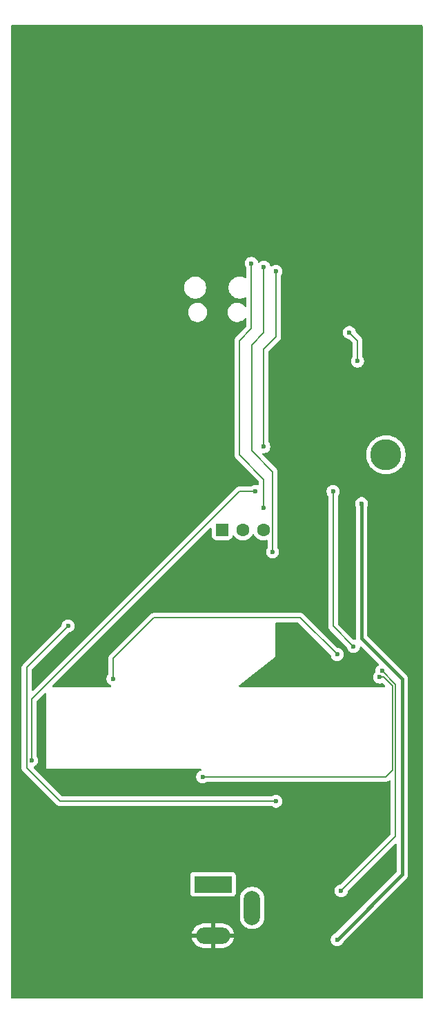
<source format=gbr>
%TF.GenerationSoftware,KiCad,Pcbnew,9.0.3*%
%TF.CreationDate,2025-07-21T12:15:00+10:00*%
%TF.ProjectId,light_control_sched,6c696768-745f-4636-9f6e-74726f6c5f73,rev?*%
%TF.SameCoordinates,Original*%
%TF.FileFunction,Copper,L2,Bot*%
%TF.FilePolarity,Positive*%
%FSLAX46Y46*%
G04 Gerber Fmt 4.6, Leading zero omitted, Abs format (unit mm)*
G04 Created by KiCad (PCBNEW 9.0.3) date 2025-07-21 12:15:00*
%MOMM*%
%LPD*%
G01*
G04 APERTURE LIST*
G04 Aperture macros list*
%AMRoundRect*
0 Rectangle with rounded corners*
0 $1 Rounding radius*
0 $2 $3 $4 $5 $6 $7 $8 $9 X,Y pos of 4 corners*
0 Add a 4 corners polygon primitive as box body*
4,1,4,$2,$3,$4,$5,$6,$7,$8,$9,$2,$3,0*
0 Add four circle primitives for the rounded corners*
1,1,$1+$1,$2,$3*
1,1,$1+$1,$4,$5*
1,1,$1+$1,$6,$7*
1,1,$1+$1,$8,$9*
0 Add four rect primitives between the rounded corners*
20,1,$1+$1,$2,$3,$4,$5,0*
20,1,$1+$1,$4,$5,$6,$7,0*
20,1,$1+$1,$6,$7,$8,$9,0*
20,1,$1+$1,$8,$9,$2,$3,0*%
G04 Aperture macros list end*
%TA.AperFunction,ComponentPad*%
%ADD10C,3.800000*%
%TD*%
%TA.AperFunction,ComponentPad*%
%ADD11RoundRect,0.200000X-0.600000X-0.600000X0.600000X-0.600000X0.600000X0.600000X-0.600000X0.600000X0*%
%TD*%
%TA.AperFunction,ComponentPad*%
%ADD12C,1.600000*%
%TD*%
%TA.AperFunction,ComponentPad*%
%ADD13R,4.600000X2.000000*%
%TD*%
%TA.AperFunction,ComponentPad*%
%ADD14O,4.200000X2.000000*%
%TD*%
%TA.AperFunction,ComponentPad*%
%ADD15O,2.000000X4.200000*%
%TD*%
%TA.AperFunction,ViaPad*%
%ADD16C,0.600000*%
%TD*%
%TA.AperFunction,Conductor*%
%ADD17C,0.200000*%
%TD*%
%TA.AperFunction,Conductor*%
%ADD18C,0.400000*%
%TD*%
G04 APERTURE END LIST*
D10*
%TO.P,H1,1,1*%
%TO.N,Net-(Q1-E)*%
X166000000Y-83500000D03*
%TD*%
D11*
%TO.P,A1,D1*%
%TO.N,N/C*%
X145894100Y-92690000D03*
D12*
%TO.P,A1,D2*%
X148434100Y-92690000D03*
%TO.P,A1,D3*%
X150974100Y-92690000D03*
%TD*%
D13*
%TO.P,J1,1*%
%TO.N,Net-(F1-Pad1)*%
X144775000Y-136200000D03*
D14*
%TO.P,J1,2*%
%TO.N,GND*%
X144775000Y-142500000D03*
D15*
%TO.P,J1,3*%
%TO.N,N/C*%
X149575000Y-139100000D03*
%TD*%
D10*
%TO.P,H2,1,1*%
%TO.N,GND*%
X126500000Y-82500000D03*
%TD*%
D16*
%TO.N,Net-(A1-GPIO20)*%
X152500000Y-61000000D03*
%TO.N,Net-(A1-GPIO21)*%
X151000000Y-60500000D03*
%TO.N,Net-(A1-GPIO22)*%
X149486000Y-60014000D03*
X151000000Y-90000000D03*
%TO.N,Net-(A1-RUN)*%
X122500000Y-121000000D03*
X150000000Y-88000000D03*
%TO.N,Net-(A1-GPIO20)*%
X151000000Y-82500000D03*
%TO.N,Net-(A1-3V3)*%
X165500000Y-110000000D03*
X159500000Y-88000000D03*
X160500000Y-137000000D03*
X132500000Y-111000000D03*
X162000000Y-107000000D03*
X160000000Y-108000000D03*
%TO.N,Net-(A1-GPIO16)*%
X143500000Y-123000000D03*
X165238836Y-110776000D03*
%TO.N,Regulator_Bypass*%
X160000000Y-143000000D03*
X163000000Y-89500000D03*
%TO.N,Net-(Q1-B)*%
X161500000Y-68500000D03*
X162500000Y-72000000D03*
%TO.N,Net-(A1-GPIO21)*%
X152075100Y-95424900D03*
%TO.N,GPIO14*%
X127000000Y-104500000D03*
X152500000Y-126000000D03*
%TD*%
D17*
%TO.N,Net-(A1-GPIO22)*%
X151000000Y-86500000D02*
X151000000Y-90000000D01*
X148000000Y-83500000D02*
X151000000Y-86500000D01*
X148000000Y-69500000D02*
X148000000Y-83500000D01*
X149486000Y-68014000D02*
X148000000Y-69500000D01*
X149486000Y-60014000D02*
X149486000Y-68014000D01*
%TO.N,Net-(A1-RUN)*%
X150000000Y-88000000D02*
X148000000Y-88000000D01*
X122500000Y-113500000D02*
X148000000Y-88000000D01*
X122500000Y-121000000D02*
X122500000Y-113500000D01*
%TO.N,Net-(A1-GPIO20)*%
X152500000Y-61000000D02*
X152500000Y-69000000D01*
X152500000Y-69000000D02*
X151000000Y-70500000D01*
X151000000Y-77000000D02*
X151000000Y-82500000D01*
X151000000Y-70500000D02*
X151000000Y-77000000D01*
%TO.N,Net-(A1-3V3)*%
X132500000Y-108500000D02*
X137500000Y-103500000D01*
X132500000Y-111000000D02*
X132500000Y-108500000D01*
X167181715Y-130318285D02*
X160500000Y-137000000D01*
X159500000Y-104500000D02*
X162000000Y-107000000D01*
X165500000Y-110000000D02*
X167181715Y-111681715D01*
X159500000Y-88000000D02*
X159500000Y-104500000D01*
X137500000Y-103500000D02*
X155500000Y-103500000D01*
X167181715Y-111681715D02*
X167181715Y-130318285D01*
X155500000Y-103500000D02*
X160000000Y-108000000D01*
%TO.N,Net-(A1-GPIO16)*%
X165238836Y-110776000D02*
X165708900Y-110776000D01*
X165708900Y-110776000D02*
X166780715Y-111847815D01*
X166780715Y-122219285D02*
X166000000Y-123000000D01*
X166780715Y-111847815D02*
X166780715Y-122219285D01*
X166000000Y-123000000D02*
X143500000Y-123000000D01*
D18*
%TO.N,Regulator_Bypass*%
X163000000Y-106000000D02*
X168000000Y-111000000D01*
X163000000Y-89500000D02*
X163000000Y-106000000D01*
X168000000Y-111000000D02*
X168000000Y-135000000D01*
X168000000Y-135000000D02*
X160000000Y-143000000D01*
D17*
%TO.N,Net-(Q1-B)*%
X161500000Y-68500000D02*
X162500000Y-69500000D01*
X162500000Y-69500000D02*
X162500000Y-72000000D01*
%TO.N,Net-(A1-GPIO21)*%
X149500000Y-70000000D02*
X151000000Y-68500000D01*
X149500000Y-83000000D02*
X149500000Y-70000000D01*
X151000000Y-68500000D02*
X151000000Y-60500000D01*
X152075100Y-95424900D02*
X152075100Y-85575100D01*
X152075100Y-85575100D02*
X149500000Y-83000000D01*
%TO.N,GPIO14*%
X121899000Y-109601000D02*
X127000000Y-104500000D01*
X121899000Y-121899000D02*
X121899000Y-109601000D01*
X126000000Y-126000000D02*
X122000000Y-122000000D01*
X152500000Y-126000000D02*
X126000000Y-126000000D01*
X122000000Y-122000000D02*
X121899000Y-121899000D01*
%TD*%
%TA.AperFunction,Conductor*%
%TO.N,GND*%
G36*
X170442539Y-30770185D02*
G01*
X170488294Y-30822989D01*
X170499500Y-30874500D01*
X170499500Y-150125500D01*
X170479815Y-150192539D01*
X170427011Y-150238294D01*
X170375500Y-150249500D01*
X120124500Y-150249500D01*
X120057461Y-150229815D01*
X120011706Y-150177011D01*
X120000500Y-150125500D01*
X120000500Y-142250000D01*
X142195898Y-142250000D01*
X143241988Y-142250000D01*
X143209075Y-142307007D01*
X143175000Y-142434174D01*
X143175000Y-142565826D01*
X143209075Y-142692993D01*
X143241988Y-142750000D01*
X142195898Y-142750000D01*
X142211934Y-142851247D01*
X142284897Y-143075802D01*
X142392085Y-143286171D01*
X142530866Y-143477186D01*
X142697813Y-143644133D01*
X142888828Y-143782914D01*
X143099197Y-143890102D01*
X143323752Y-143963065D01*
X143323751Y-143963065D01*
X143556948Y-144000000D01*
X144525000Y-144000000D01*
X144525000Y-143000000D01*
X145025000Y-143000000D01*
X145025000Y-144000000D01*
X145993052Y-144000000D01*
X146226247Y-143963065D01*
X146450802Y-143890102D01*
X146661171Y-143782914D01*
X146852186Y-143644133D01*
X147019133Y-143477186D01*
X147157914Y-143286171D01*
X147265102Y-143075802D01*
X147338065Y-142851247D01*
X147354102Y-142750000D01*
X146308012Y-142750000D01*
X146340925Y-142692993D01*
X146375000Y-142565826D01*
X146375000Y-142434174D01*
X146340925Y-142307007D01*
X146308012Y-142250000D01*
X147354102Y-142250000D01*
X147338065Y-142148752D01*
X147265102Y-141924197D01*
X147157914Y-141713828D01*
X147019133Y-141522813D01*
X146852186Y-141355866D01*
X146661171Y-141217085D01*
X146450802Y-141109897D01*
X146226247Y-141036934D01*
X146226248Y-141036934D01*
X145993052Y-141000000D01*
X145025000Y-141000000D01*
X145025000Y-142000000D01*
X144525000Y-142000000D01*
X144525000Y-141000000D01*
X143556948Y-141000000D01*
X143323752Y-141036934D01*
X143099197Y-141109897D01*
X142888828Y-141217085D01*
X142697813Y-141355866D01*
X142530866Y-141522813D01*
X142392085Y-141713828D01*
X142284897Y-141924197D01*
X142211934Y-142148752D01*
X142195898Y-142250000D01*
X120000500Y-142250000D01*
X120000500Y-137881902D01*
X148074500Y-137881902D01*
X148074500Y-140318097D01*
X148111446Y-140551368D01*
X148184433Y-140775996D01*
X148291657Y-140986433D01*
X148430483Y-141177510D01*
X148597490Y-141344517D01*
X148788567Y-141483343D01*
X148866031Y-141522813D01*
X148999003Y-141590566D01*
X148999005Y-141590566D01*
X148999008Y-141590568D01*
X149119412Y-141629689D01*
X149223631Y-141663553D01*
X149456903Y-141700500D01*
X149456908Y-141700500D01*
X149693097Y-141700500D01*
X149926368Y-141663553D01*
X150150992Y-141590568D01*
X150361433Y-141483343D01*
X150552510Y-141344517D01*
X150719517Y-141177510D01*
X150858343Y-140986433D01*
X150965568Y-140775992D01*
X151038553Y-140551368D01*
X151075500Y-140318097D01*
X151075500Y-137881902D01*
X151038553Y-137648631D01*
X150971523Y-137442335D01*
X150965568Y-137424008D01*
X150965566Y-137424005D01*
X150965566Y-137424003D01*
X150875824Y-137247876D01*
X150858343Y-137213567D01*
X150719517Y-137022490D01*
X150552510Y-136855483D01*
X150361433Y-136716657D01*
X150150996Y-136609433D01*
X149926368Y-136536446D01*
X149693097Y-136499500D01*
X149693092Y-136499500D01*
X149456908Y-136499500D01*
X149456903Y-136499500D01*
X149223631Y-136536446D01*
X148999003Y-136609433D01*
X148788566Y-136716657D01*
X148719967Y-136766498D01*
X148597490Y-136855483D01*
X148597488Y-136855485D01*
X148597487Y-136855485D01*
X148430485Y-137022487D01*
X148430485Y-137022488D01*
X148430483Y-137022490D01*
X148411415Y-137048735D01*
X148291657Y-137213566D01*
X148184433Y-137424003D01*
X148111446Y-137648631D01*
X148074500Y-137881902D01*
X120000500Y-137881902D01*
X120000500Y-135152127D01*
X141974500Y-135152127D01*
X141974500Y-137247870D01*
X141974501Y-137247876D01*
X141980908Y-137307483D01*
X142031202Y-137442328D01*
X142031206Y-137442335D01*
X142117452Y-137557544D01*
X142117455Y-137557547D01*
X142232664Y-137643793D01*
X142232671Y-137643797D01*
X142367517Y-137694091D01*
X142367516Y-137694091D01*
X142374444Y-137694835D01*
X142427127Y-137700500D01*
X147122872Y-137700499D01*
X147182483Y-137694091D01*
X147317331Y-137643796D01*
X147432546Y-137557546D01*
X147518796Y-137442331D01*
X147569091Y-137307483D01*
X147575500Y-137247873D01*
X147575499Y-135152128D01*
X147569091Y-135092517D01*
X147518796Y-134957669D01*
X147518795Y-134957668D01*
X147518793Y-134957664D01*
X147432547Y-134842455D01*
X147432544Y-134842452D01*
X147317335Y-134756206D01*
X147317328Y-134756202D01*
X147182482Y-134705908D01*
X147182483Y-134705908D01*
X147122883Y-134699501D01*
X147122881Y-134699500D01*
X147122873Y-134699500D01*
X147122864Y-134699500D01*
X142427129Y-134699500D01*
X142427123Y-134699501D01*
X142367516Y-134705908D01*
X142232671Y-134756202D01*
X142232664Y-134756206D01*
X142117455Y-134842452D01*
X142117452Y-134842455D01*
X142031206Y-134957664D01*
X142031202Y-134957671D01*
X141980908Y-135092517D01*
X141974501Y-135152116D01*
X141974500Y-135152127D01*
X120000500Y-135152127D01*
X120000500Y-121978054D01*
X121298498Y-121978054D01*
X121339423Y-122130785D01*
X121368358Y-122180900D01*
X121368359Y-122180904D01*
X121368360Y-122180904D01*
X121418479Y-122267714D01*
X121418481Y-122267717D01*
X121638349Y-122487585D01*
X121638355Y-122487590D01*
X125515139Y-126364374D01*
X125515149Y-126364385D01*
X125519479Y-126368715D01*
X125519480Y-126368716D01*
X125631284Y-126480520D01*
X125682845Y-126510288D01*
X125718095Y-126530639D01*
X125718097Y-126530641D01*
X125768213Y-126559576D01*
X125768215Y-126559577D01*
X125920942Y-126600500D01*
X125920943Y-126600500D01*
X151920234Y-126600500D01*
X151987273Y-126620185D01*
X151989125Y-126621398D01*
X152120814Y-126709390D01*
X152120827Y-126709397D01*
X152266498Y-126769735D01*
X152266503Y-126769737D01*
X152421153Y-126800499D01*
X152421156Y-126800500D01*
X152421158Y-126800500D01*
X152578844Y-126800500D01*
X152578845Y-126800499D01*
X152733497Y-126769737D01*
X152879179Y-126709394D01*
X153010289Y-126621789D01*
X153121789Y-126510289D01*
X153209394Y-126379179D01*
X153269737Y-126233497D01*
X153300500Y-126078842D01*
X153300500Y-125921158D01*
X153300500Y-125921155D01*
X153300499Y-125921153D01*
X153269738Y-125766510D01*
X153269737Y-125766503D01*
X153269735Y-125766498D01*
X153209397Y-125620827D01*
X153209390Y-125620814D01*
X153121789Y-125489711D01*
X153121786Y-125489707D01*
X153010292Y-125378213D01*
X153010288Y-125378210D01*
X152879185Y-125290609D01*
X152879172Y-125290602D01*
X152733501Y-125230264D01*
X152733489Y-125230261D01*
X152578845Y-125199500D01*
X152578842Y-125199500D01*
X152421158Y-125199500D01*
X152421155Y-125199500D01*
X152266510Y-125230261D01*
X152266498Y-125230264D01*
X152120827Y-125290602D01*
X152120814Y-125290609D01*
X151989125Y-125378602D01*
X151922447Y-125399480D01*
X151920234Y-125399500D01*
X126300097Y-125399500D01*
X126233058Y-125379815D01*
X126212416Y-125363181D01*
X122783740Y-121934505D01*
X122750255Y-121873182D01*
X122755239Y-121803490D01*
X122797111Y-121747557D01*
X122823969Y-121732263D01*
X122879172Y-121709397D01*
X122879172Y-121709396D01*
X122879179Y-121709394D01*
X123010289Y-121621789D01*
X123121789Y-121510289D01*
X123209394Y-121379179D01*
X123269737Y-121233497D01*
X123300500Y-121078842D01*
X123300500Y-120921158D01*
X123300500Y-120921155D01*
X123300499Y-120921153D01*
X123269738Y-120766510D01*
X123269737Y-120766503D01*
X123269735Y-120766498D01*
X123209397Y-120620827D01*
X123209390Y-120620814D01*
X123121398Y-120489125D01*
X123100520Y-120422447D01*
X123100500Y-120420234D01*
X123100500Y-113800097D01*
X123120185Y-113733058D01*
X123136819Y-113712416D01*
X124098319Y-112750916D01*
X124159642Y-112717431D01*
X124229334Y-112722415D01*
X124285267Y-112764287D01*
X124309684Y-112829751D01*
X124310000Y-112838597D01*
X124310000Y-121990000D01*
X143223159Y-121990000D01*
X143290198Y-122009685D01*
X143335953Y-122062489D01*
X143345897Y-122131647D01*
X143316872Y-122195203D01*
X143270611Y-122228561D01*
X143120827Y-122290602D01*
X143120814Y-122290609D01*
X142989711Y-122378210D01*
X142989707Y-122378213D01*
X142878213Y-122489707D01*
X142878210Y-122489711D01*
X142790609Y-122620814D01*
X142790602Y-122620827D01*
X142730264Y-122766498D01*
X142730261Y-122766510D01*
X142699500Y-122921153D01*
X142699500Y-123078846D01*
X142730261Y-123233489D01*
X142730264Y-123233501D01*
X142790602Y-123379172D01*
X142790609Y-123379185D01*
X142878210Y-123510288D01*
X142878213Y-123510292D01*
X142989707Y-123621786D01*
X142989711Y-123621789D01*
X143120814Y-123709390D01*
X143120827Y-123709397D01*
X143266498Y-123769735D01*
X143266503Y-123769737D01*
X143421153Y-123800499D01*
X143421156Y-123800500D01*
X143421158Y-123800500D01*
X143578844Y-123800500D01*
X143578845Y-123800499D01*
X143733497Y-123769737D01*
X143879179Y-123709394D01*
X143879185Y-123709390D01*
X144010875Y-123621398D01*
X144077553Y-123600520D01*
X144079766Y-123600500D01*
X165913331Y-123600500D01*
X165913347Y-123600501D01*
X165920943Y-123600501D01*
X166079054Y-123600501D01*
X166079057Y-123600501D01*
X166231785Y-123559577D01*
X166281904Y-123530639D01*
X166368716Y-123480520D01*
X166379569Y-123469666D01*
X166391613Y-123462158D01*
X166412141Y-123456434D01*
X166430848Y-123446219D01*
X166445127Y-123447239D01*
X166458916Y-123443395D01*
X166479280Y-123449679D01*
X166500540Y-123451198D01*
X166512000Y-123459776D01*
X166525679Y-123463997D01*
X166539414Y-123480294D01*
X166556476Y-123493065D01*
X166561479Y-123506475D01*
X166570706Y-123517424D01*
X166573449Y-123538562D01*
X166580898Y-123558528D01*
X166581215Y-123567383D01*
X166581215Y-130018188D01*
X166561530Y-130085227D01*
X166544896Y-130105869D01*
X160485339Y-136165425D01*
X160424016Y-136198910D01*
X160421850Y-136199361D01*
X160266508Y-136230261D01*
X160266498Y-136230264D01*
X160120827Y-136290602D01*
X160120814Y-136290609D01*
X159989711Y-136378210D01*
X159989707Y-136378213D01*
X159878213Y-136489707D01*
X159878210Y-136489711D01*
X159790609Y-136620814D01*
X159790602Y-136620827D01*
X159730264Y-136766498D01*
X159730261Y-136766510D01*
X159699500Y-136921153D01*
X159699500Y-137078846D01*
X159730261Y-137233489D01*
X159730264Y-137233501D01*
X159790602Y-137379172D01*
X159790609Y-137379185D01*
X159878210Y-137510288D01*
X159878213Y-137510292D01*
X159989707Y-137621786D01*
X159989711Y-137621789D01*
X160120814Y-137709390D01*
X160120827Y-137709397D01*
X160266498Y-137769735D01*
X160266503Y-137769737D01*
X160421153Y-137800499D01*
X160421156Y-137800500D01*
X160421158Y-137800500D01*
X160578844Y-137800500D01*
X160578845Y-137800499D01*
X160733497Y-137769737D01*
X160879179Y-137709394D01*
X161010289Y-137621789D01*
X161121789Y-137510289D01*
X161209394Y-137379179D01*
X161269737Y-137233497D01*
X161289113Y-137136085D01*
X161300638Y-137078150D01*
X161333023Y-137016239D01*
X161334518Y-137014716D01*
X167087819Y-131261416D01*
X167149142Y-131227931D01*
X167218834Y-131232915D01*
X167274767Y-131274787D01*
X167299184Y-131340251D01*
X167299500Y-131349097D01*
X167299500Y-134658480D01*
X167279815Y-134725519D01*
X167263181Y-134746161D01*
X159805412Y-142203929D01*
X159765184Y-142230809D01*
X159620823Y-142290604D01*
X159620814Y-142290609D01*
X159489711Y-142378210D01*
X159489707Y-142378213D01*
X159378213Y-142489707D01*
X159378210Y-142489711D01*
X159290609Y-142620814D01*
X159290602Y-142620827D01*
X159230264Y-142766498D01*
X159230261Y-142766510D01*
X159199500Y-142921153D01*
X159199500Y-143078846D01*
X159230261Y-143233489D01*
X159230264Y-143233501D01*
X159290602Y-143379172D01*
X159290609Y-143379185D01*
X159378210Y-143510288D01*
X159378213Y-143510292D01*
X159489707Y-143621786D01*
X159489711Y-143621789D01*
X159620814Y-143709390D01*
X159620827Y-143709397D01*
X159766498Y-143769735D01*
X159766503Y-143769737D01*
X159921153Y-143800499D01*
X159921156Y-143800500D01*
X159921158Y-143800500D01*
X160078844Y-143800500D01*
X160078845Y-143800499D01*
X160233497Y-143769737D01*
X160379179Y-143709394D01*
X160510289Y-143621789D01*
X160621789Y-143510289D01*
X160709394Y-143379179D01*
X160709395Y-143379176D01*
X160709397Y-143379173D01*
X160769192Y-143234812D01*
X160796069Y-143194586D01*
X168544113Y-135446543D01*
X168620774Y-135331812D01*
X168620775Y-135331811D01*
X168673580Y-135204328D01*
X168674541Y-135199500D01*
X168683963Y-135152127D01*
X168700500Y-135068993D01*
X168700500Y-110931007D01*
X168685392Y-110855057D01*
X168685349Y-110854842D01*
X168680641Y-110831173D01*
X168673580Y-110795672D01*
X168620775Y-110668189D01*
X168544114Y-110553457D01*
X168544112Y-110553454D01*
X163736819Y-105746161D01*
X163703334Y-105684838D01*
X163700500Y-105658480D01*
X163700500Y-89925316D01*
X163709939Y-89877864D01*
X163738478Y-89808963D01*
X163769737Y-89733497D01*
X163800500Y-89578842D01*
X163800500Y-89421158D01*
X163800500Y-89421155D01*
X163800499Y-89421153D01*
X163769738Y-89266510D01*
X163769737Y-89266503D01*
X163769735Y-89266498D01*
X163709397Y-89120827D01*
X163709390Y-89120814D01*
X163621789Y-88989711D01*
X163621786Y-88989707D01*
X163510292Y-88878213D01*
X163510288Y-88878210D01*
X163379185Y-88790609D01*
X163379172Y-88790602D01*
X163233501Y-88730264D01*
X163233489Y-88730261D01*
X163078845Y-88699500D01*
X163078842Y-88699500D01*
X162921158Y-88699500D01*
X162921155Y-88699500D01*
X162766510Y-88730261D01*
X162766498Y-88730264D01*
X162620827Y-88790602D01*
X162620814Y-88790609D01*
X162489711Y-88878210D01*
X162489707Y-88878213D01*
X162378213Y-88989707D01*
X162378210Y-88989711D01*
X162290609Y-89120814D01*
X162290602Y-89120827D01*
X162230264Y-89266498D01*
X162230261Y-89266510D01*
X162199500Y-89421153D01*
X162199500Y-89578846D01*
X162230261Y-89733489D01*
X162230264Y-89733501D01*
X162290061Y-89877864D01*
X162299500Y-89925316D01*
X162299500Y-106068996D01*
X162300097Y-106075059D01*
X162298822Y-106075184D01*
X162296488Y-106101250D01*
X162294733Y-106134006D01*
X162293388Y-106135871D01*
X162293183Y-106138161D01*
X162273056Y-106164066D01*
X162253866Y-106190678D01*
X162251726Y-106191519D01*
X162250316Y-106193335D01*
X162219370Y-106204249D01*
X162188848Y-106216259D01*
X162185788Y-106216095D01*
X162184425Y-106216576D01*
X162153605Y-106214370D01*
X162078150Y-106199361D01*
X162016239Y-106166976D01*
X162014660Y-106165425D01*
X160136819Y-104287584D01*
X160103334Y-104226261D01*
X160100500Y-104199903D01*
X160100500Y-88579765D01*
X160120185Y-88512726D01*
X160121398Y-88510874D01*
X160209390Y-88379185D01*
X160209390Y-88379184D01*
X160209394Y-88379179D01*
X160269737Y-88233497D01*
X160300500Y-88078842D01*
X160300500Y-87921158D01*
X160300500Y-87921155D01*
X160300499Y-87921153D01*
X160269738Y-87766510D01*
X160269737Y-87766503D01*
X160213728Y-87631284D01*
X160209397Y-87620827D01*
X160209390Y-87620814D01*
X160121789Y-87489711D01*
X160121786Y-87489707D01*
X160010292Y-87378213D01*
X160010288Y-87378210D01*
X159879185Y-87290609D01*
X159879172Y-87290602D01*
X159733501Y-87230264D01*
X159733489Y-87230261D01*
X159578845Y-87199500D01*
X159578842Y-87199500D01*
X159421158Y-87199500D01*
X159421155Y-87199500D01*
X159266510Y-87230261D01*
X159266498Y-87230264D01*
X159120827Y-87290602D01*
X159120814Y-87290609D01*
X158989711Y-87378210D01*
X158989707Y-87378213D01*
X158878213Y-87489707D01*
X158878210Y-87489711D01*
X158790609Y-87620814D01*
X158790602Y-87620827D01*
X158730264Y-87766498D01*
X158730261Y-87766510D01*
X158699500Y-87921153D01*
X158699500Y-88078846D01*
X158730261Y-88233489D01*
X158730264Y-88233501D01*
X158790602Y-88379172D01*
X158790609Y-88379185D01*
X158878602Y-88510874D01*
X158899480Y-88577551D01*
X158899500Y-88579765D01*
X158899500Y-104413330D01*
X158899499Y-104413348D01*
X158899499Y-104579054D01*
X158899498Y-104579054D01*
X158940423Y-104731785D01*
X158969358Y-104781900D01*
X158969359Y-104781904D01*
X158969360Y-104781904D01*
X159019479Y-104868714D01*
X159019481Y-104868717D01*
X159138349Y-104987585D01*
X159138355Y-104987590D01*
X161165425Y-107014660D01*
X161198910Y-107075983D01*
X161199361Y-107078149D01*
X161230261Y-107233491D01*
X161230264Y-107233501D01*
X161290602Y-107379172D01*
X161290609Y-107379185D01*
X161378210Y-107510288D01*
X161378213Y-107510292D01*
X161489707Y-107621786D01*
X161489711Y-107621789D01*
X161620814Y-107709390D01*
X161620827Y-107709397D01*
X161758683Y-107766498D01*
X161766503Y-107769737D01*
X161921153Y-107800499D01*
X161921156Y-107800500D01*
X161921158Y-107800500D01*
X162078844Y-107800500D01*
X162078845Y-107800499D01*
X162233497Y-107769737D01*
X162379179Y-107709394D01*
X162510289Y-107621789D01*
X162621789Y-107510289D01*
X162709394Y-107379179D01*
X162769737Y-107233497D01*
X162800500Y-107078842D01*
X162800500Y-107078832D01*
X162800595Y-107077872D01*
X162800789Y-107077390D01*
X162801689Y-107072868D01*
X162802546Y-107073038D01*
X162826752Y-107013083D01*
X162883783Y-106972720D01*
X162953583Y-106969599D01*
X163011680Y-107002337D01*
X165121360Y-109112017D01*
X165154845Y-109173340D01*
X165149861Y-109243032D01*
X165107989Y-109298965D01*
X165102570Y-109302800D01*
X164989711Y-109378210D01*
X164989707Y-109378213D01*
X164878213Y-109489707D01*
X164878210Y-109489711D01*
X164790609Y-109620814D01*
X164790602Y-109620827D01*
X164730264Y-109766498D01*
X164730261Y-109766510D01*
X164699500Y-109921153D01*
X164699500Y-110078843D01*
X164703893Y-110100931D01*
X164697664Y-110170522D01*
X164669958Y-110212799D01*
X164617044Y-110265714D01*
X164529445Y-110396814D01*
X164529438Y-110396827D01*
X164469100Y-110542498D01*
X164469097Y-110542510D01*
X164438336Y-110697153D01*
X164438336Y-110854846D01*
X164469097Y-111009489D01*
X164469100Y-111009501D01*
X164529438Y-111155172D01*
X164529445Y-111155185D01*
X164617046Y-111286288D01*
X164617049Y-111286292D01*
X164728543Y-111397786D01*
X164728547Y-111397789D01*
X164859650Y-111485390D01*
X164859663Y-111485397D01*
X164952788Y-111523970D01*
X165005339Y-111545737D01*
X165159989Y-111576499D01*
X165159992Y-111576500D01*
X165159994Y-111576500D01*
X165317680Y-111576500D01*
X165317681Y-111576499D01*
X165472333Y-111545737D01*
X165506851Y-111531438D01*
X165576319Y-111523970D01*
X165638798Y-111555244D01*
X165641984Y-111558319D01*
X165861984Y-111778319D01*
X165895469Y-111839642D01*
X165890485Y-111909334D01*
X165848613Y-111965267D01*
X165783149Y-111989684D01*
X165774303Y-111990000D01*
X148058825Y-111990000D01*
X147991786Y-111970315D01*
X147946031Y-111917511D01*
X147936087Y-111848353D01*
X147965112Y-111784797D01*
X147982769Y-111768064D01*
X149272456Y-110766498D01*
X152410000Y-108329895D01*
X152410000Y-104224500D01*
X152429685Y-104157461D01*
X152482489Y-104111706D01*
X152534000Y-104100500D01*
X155199903Y-104100500D01*
X155266942Y-104120185D01*
X155287584Y-104136819D01*
X159165425Y-108014660D01*
X159198910Y-108075983D01*
X159199361Y-108078149D01*
X159230261Y-108233491D01*
X159230264Y-108233501D01*
X159290602Y-108379172D01*
X159290609Y-108379185D01*
X159378210Y-108510288D01*
X159378213Y-108510292D01*
X159489707Y-108621786D01*
X159489711Y-108621789D01*
X159620814Y-108709390D01*
X159620827Y-108709397D01*
X159677951Y-108733058D01*
X159766503Y-108769737D01*
X159919132Y-108800097D01*
X159921153Y-108800499D01*
X159921156Y-108800500D01*
X159921158Y-108800500D01*
X160078844Y-108800500D01*
X160078845Y-108800499D01*
X160233497Y-108769737D01*
X160379179Y-108709394D01*
X160510289Y-108621789D01*
X160621789Y-108510289D01*
X160709394Y-108379179D01*
X160769737Y-108233497D01*
X160800500Y-108078842D01*
X160800500Y-107921158D01*
X160800500Y-107921155D01*
X160800499Y-107921153D01*
X160769738Y-107766510D01*
X160769737Y-107766503D01*
X160709794Y-107621786D01*
X160709397Y-107620827D01*
X160709390Y-107620814D01*
X160621789Y-107489711D01*
X160621786Y-107489707D01*
X160510292Y-107378213D01*
X160510288Y-107378210D01*
X160379185Y-107290609D01*
X160379172Y-107290602D01*
X160233501Y-107230264D01*
X160233491Y-107230261D01*
X160078149Y-107199361D01*
X160016238Y-107166976D01*
X160014660Y-107165425D01*
X155987590Y-103138355D01*
X155987588Y-103138352D01*
X155868717Y-103019481D01*
X155868716Y-103019480D01*
X155781904Y-102969360D01*
X155781904Y-102969359D01*
X155781900Y-102969358D01*
X155731785Y-102940423D01*
X155579057Y-102899499D01*
X155420943Y-102899499D01*
X155413347Y-102899499D01*
X155413331Y-102899500D01*
X137586669Y-102899500D01*
X137586653Y-102899499D01*
X137579057Y-102899499D01*
X137420943Y-102899499D01*
X137313587Y-102928265D01*
X137268210Y-102940424D01*
X137268209Y-102940425D01*
X137218096Y-102969359D01*
X137218095Y-102969360D01*
X137174689Y-102994420D01*
X137131285Y-103019479D01*
X137131282Y-103019481D01*
X132019481Y-108131282D01*
X132019479Y-108131285D01*
X131969361Y-108218094D01*
X131969359Y-108218096D01*
X131940425Y-108268209D01*
X131940424Y-108268210D01*
X131940423Y-108268215D01*
X131899499Y-108420943D01*
X131899499Y-108420945D01*
X131899499Y-108589046D01*
X131899500Y-108589059D01*
X131899500Y-110420234D01*
X131879815Y-110487273D01*
X131878602Y-110489125D01*
X131790609Y-110620814D01*
X131790602Y-110620827D01*
X131730264Y-110766498D01*
X131730261Y-110766510D01*
X131699500Y-110921153D01*
X131699500Y-111078846D01*
X131730261Y-111233489D01*
X131730264Y-111233501D01*
X131790602Y-111379172D01*
X131790609Y-111379185D01*
X131878210Y-111510288D01*
X131878213Y-111510292D01*
X131989707Y-111621786D01*
X131989711Y-111621789D01*
X132120814Y-111709390D01*
X132120827Y-111709397D01*
X132222327Y-111751439D01*
X132276731Y-111795279D01*
X132298796Y-111861573D01*
X132281517Y-111929273D01*
X132230380Y-111976884D01*
X132174875Y-111990000D01*
X125158597Y-111990000D01*
X125091558Y-111970315D01*
X125045803Y-111917511D01*
X125035859Y-111848353D01*
X125064884Y-111784797D01*
X125070916Y-111778319D01*
X144381919Y-92467316D01*
X144443242Y-92433831D01*
X144512934Y-92438815D01*
X144568867Y-92480687D01*
X144593284Y-92546151D01*
X144593600Y-92554997D01*
X144593600Y-93346613D01*
X144600013Y-93417192D01*
X144650622Y-93579606D01*
X144738630Y-93725188D01*
X144858911Y-93845469D01*
X144858913Y-93845470D01*
X144858915Y-93845472D01*
X145004494Y-93933478D01*
X145166904Y-93984086D01*
X145237484Y-93990500D01*
X145237487Y-93990500D01*
X146550713Y-93990500D01*
X146550716Y-93990500D01*
X146621296Y-93984086D01*
X146783706Y-93933478D01*
X146929285Y-93845472D01*
X147049572Y-93725185D01*
X147137578Y-93579606D01*
X147164741Y-93492433D01*
X147203477Y-93434288D01*
X147267502Y-93406313D01*
X147336488Y-93417394D01*
X147383444Y-93456440D01*
X147442128Y-93537212D01*
X147442132Y-93537217D01*
X147586886Y-93681971D01*
X147741849Y-93794556D01*
X147752490Y-93802287D01*
X147868707Y-93861503D01*
X147934876Y-93895218D01*
X147934878Y-93895218D01*
X147934881Y-93895220D01*
X148039237Y-93929127D01*
X148129565Y-93958477D01*
X148230657Y-93974488D01*
X148331748Y-93990500D01*
X148331749Y-93990500D01*
X148536451Y-93990500D01*
X148536452Y-93990500D01*
X148738634Y-93958477D01*
X148933319Y-93895220D01*
X149115710Y-93802287D01*
X149221833Y-93725185D01*
X149281313Y-93681971D01*
X149281315Y-93681968D01*
X149281319Y-93681966D01*
X149426066Y-93537219D01*
X149426068Y-93537215D01*
X149426071Y-93537213D01*
X149546384Y-93371614D01*
X149546383Y-93371614D01*
X149546387Y-93371610D01*
X149593616Y-93278917D01*
X149641589Y-93228123D01*
X149709410Y-93211328D01*
X149775545Y-93233865D01*
X149814585Y-93278919D01*
X149861815Y-93371614D01*
X149982128Y-93537213D01*
X150126886Y-93681971D01*
X150281849Y-93794556D01*
X150292490Y-93802287D01*
X150408707Y-93861503D01*
X150474876Y-93895218D01*
X150474878Y-93895218D01*
X150474881Y-93895220D01*
X150579237Y-93929127D01*
X150669565Y-93958477D01*
X150770657Y-93974488D01*
X150871748Y-93990500D01*
X150871749Y-93990500D01*
X151076451Y-93990500D01*
X151076452Y-93990500D01*
X151278634Y-93958477D01*
X151278639Y-93958475D01*
X151278641Y-93958475D01*
X151312280Y-93947545D01*
X151382121Y-93945548D01*
X151441954Y-93981628D01*
X151472784Y-94044328D01*
X151474600Y-94065475D01*
X151474600Y-94845134D01*
X151454915Y-94912173D01*
X151453702Y-94914025D01*
X151365709Y-95045714D01*
X151365702Y-95045727D01*
X151305364Y-95191398D01*
X151305361Y-95191410D01*
X151274600Y-95346053D01*
X151274600Y-95503746D01*
X151305361Y-95658389D01*
X151305364Y-95658401D01*
X151365702Y-95804072D01*
X151365709Y-95804085D01*
X151453310Y-95935188D01*
X151453313Y-95935192D01*
X151564807Y-96046686D01*
X151564811Y-96046689D01*
X151695914Y-96134290D01*
X151695927Y-96134297D01*
X151841598Y-96194635D01*
X151841603Y-96194637D01*
X151996253Y-96225399D01*
X151996256Y-96225400D01*
X151996258Y-96225400D01*
X152153944Y-96225400D01*
X152153945Y-96225399D01*
X152308597Y-96194637D01*
X152454279Y-96134294D01*
X152585389Y-96046689D01*
X152696889Y-95935189D01*
X152784494Y-95804079D01*
X152844837Y-95658397D01*
X152875600Y-95503742D01*
X152875600Y-95346058D01*
X152875600Y-95346055D01*
X152875599Y-95346053D01*
X152844838Y-95191410D01*
X152844837Y-95191403D01*
X152844835Y-95191398D01*
X152784497Y-95045727D01*
X152784490Y-95045714D01*
X152696498Y-94914025D01*
X152675620Y-94847347D01*
X152675600Y-94845134D01*
X152675600Y-85496045D01*
X152675600Y-85496043D01*
X152634677Y-85343316D01*
X152605474Y-85292734D01*
X152555624Y-85206390D01*
X152555621Y-85206386D01*
X152555620Y-85206384D01*
X152443816Y-85094580D01*
X152443815Y-85094579D01*
X152439485Y-85090249D01*
X152439474Y-85090239D01*
X150861416Y-83512181D01*
X150827931Y-83450858D01*
X150832915Y-83381166D01*
X150844878Y-83365186D01*
X163599500Y-83365186D01*
X163599500Y-83634813D01*
X163629686Y-83902719D01*
X163629688Y-83902731D01*
X163689684Y-84165594D01*
X163689687Y-84165602D01*
X163778734Y-84420082D01*
X163895714Y-84662994D01*
X163895716Y-84662997D01*
X164039162Y-84891289D01*
X164207266Y-85102085D01*
X164397915Y-85292734D01*
X164608711Y-85460838D01*
X164837003Y-85604284D01*
X165079921Y-85721267D01*
X165271049Y-85788145D01*
X165334397Y-85810312D01*
X165334405Y-85810315D01*
X165334408Y-85810315D01*
X165334409Y-85810316D01*
X165597268Y-85870312D01*
X165865187Y-85900499D01*
X165865188Y-85900500D01*
X165865191Y-85900500D01*
X166134812Y-85900500D01*
X166134812Y-85900499D01*
X166402732Y-85870312D01*
X166665591Y-85810316D01*
X166920079Y-85721267D01*
X167162997Y-85604284D01*
X167391289Y-85460838D01*
X167602085Y-85292734D01*
X167792734Y-85102085D01*
X167960838Y-84891289D01*
X168104284Y-84662997D01*
X168221267Y-84420079D01*
X168310316Y-84165591D01*
X168370312Y-83902732D01*
X168400500Y-83634809D01*
X168400500Y-83365191D01*
X168370312Y-83097268D01*
X168310316Y-82834409D01*
X168221267Y-82579921D01*
X168104284Y-82337003D01*
X167960838Y-82108711D01*
X167792734Y-81897915D01*
X167602085Y-81707266D01*
X167391289Y-81539162D01*
X167162997Y-81395716D01*
X167162994Y-81395714D01*
X166920082Y-81278734D01*
X166665602Y-81189687D01*
X166665594Y-81189684D01*
X166468446Y-81144687D01*
X166402732Y-81129688D01*
X166402728Y-81129687D01*
X166402719Y-81129686D01*
X166134813Y-81099500D01*
X166134809Y-81099500D01*
X165865191Y-81099500D01*
X165865186Y-81099500D01*
X165597280Y-81129686D01*
X165597268Y-81129688D01*
X165334405Y-81189684D01*
X165334397Y-81189687D01*
X165079917Y-81278734D01*
X164837005Y-81395714D01*
X164608712Y-81539161D01*
X164397915Y-81707265D01*
X164207265Y-81897915D01*
X164039161Y-82108712D01*
X163895714Y-82337005D01*
X163778734Y-82579917D01*
X163689687Y-82834397D01*
X163689684Y-82834405D01*
X163629688Y-83097268D01*
X163629686Y-83097280D01*
X163599500Y-83365186D01*
X150844878Y-83365186D01*
X150874787Y-83325233D01*
X150940251Y-83300816D01*
X150949097Y-83300500D01*
X151078844Y-83300500D01*
X151078845Y-83300499D01*
X151233497Y-83269737D01*
X151256256Y-83260309D01*
X151288026Y-83247151D01*
X151379172Y-83209397D01*
X151379172Y-83209396D01*
X151379179Y-83209394D01*
X151510289Y-83121789D01*
X151621789Y-83010289D01*
X151709394Y-82879179D01*
X151769737Y-82733497D01*
X151800500Y-82578842D01*
X151800500Y-82421158D01*
X151800500Y-82421155D01*
X151800499Y-82421153D01*
X151769738Y-82266510D01*
X151769737Y-82266503D01*
X151769735Y-82266498D01*
X151709397Y-82120827D01*
X151709390Y-82120814D01*
X151621398Y-81989125D01*
X151600520Y-81922447D01*
X151600500Y-81920234D01*
X151600500Y-70800096D01*
X151620185Y-70733057D01*
X151636814Y-70712420D01*
X152858506Y-69490727D01*
X152858511Y-69490724D01*
X152868714Y-69480520D01*
X152868716Y-69480520D01*
X152980520Y-69368716D01*
X153059577Y-69231784D01*
X153089534Y-69119981D01*
X153100500Y-69079058D01*
X153100500Y-68920943D01*
X153100500Y-68421153D01*
X160699500Y-68421153D01*
X160699500Y-68578846D01*
X160730261Y-68733489D01*
X160730264Y-68733501D01*
X160790602Y-68879172D01*
X160790609Y-68879185D01*
X160878210Y-69010288D01*
X160878213Y-69010292D01*
X160989707Y-69121786D01*
X160989711Y-69121789D01*
X161120814Y-69209390D01*
X161120827Y-69209397D01*
X161262831Y-69268216D01*
X161266503Y-69269737D01*
X161331147Y-69282595D01*
X161421849Y-69300638D01*
X161483760Y-69333023D01*
X161485339Y-69334574D01*
X161863181Y-69712416D01*
X161896666Y-69773739D01*
X161899500Y-69800097D01*
X161899500Y-71420234D01*
X161879815Y-71487273D01*
X161878602Y-71489125D01*
X161790609Y-71620814D01*
X161790602Y-71620827D01*
X161730264Y-71766498D01*
X161730261Y-71766510D01*
X161699500Y-71921153D01*
X161699500Y-72078846D01*
X161730261Y-72233489D01*
X161730264Y-72233501D01*
X161790602Y-72379172D01*
X161790609Y-72379185D01*
X161878210Y-72510288D01*
X161878213Y-72510292D01*
X161989707Y-72621786D01*
X161989711Y-72621789D01*
X162120814Y-72709390D01*
X162120827Y-72709397D01*
X162266498Y-72769735D01*
X162266503Y-72769737D01*
X162421153Y-72800499D01*
X162421156Y-72800500D01*
X162421158Y-72800500D01*
X162578844Y-72800500D01*
X162578845Y-72800499D01*
X162733497Y-72769737D01*
X162879179Y-72709394D01*
X163010289Y-72621789D01*
X163121789Y-72510289D01*
X163209394Y-72379179D01*
X163269737Y-72233497D01*
X163300500Y-72078842D01*
X163300500Y-71921158D01*
X163300500Y-71921155D01*
X163300499Y-71921153D01*
X163269738Y-71766510D01*
X163269737Y-71766503D01*
X163269735Y-71766498D01*
X163209397Y-71620827D01*
X163209390Y-71620814D01*
X163121398Y-71489125D01*
X163100520Y-71422447D01*
X163100500Y-71420234D01*
X163100500Y-69589060D01*
X163100501Y-69589047D01*
X163100501Y-69420944D01*
X163100501Y-69420943D01*
X163059577Y-69268216D01*
X163025618Y-69209397D01*
X162980524Y-69131290D01*
X162980521Y-69131286D01*
X162980520Y-69131284D01*
X162334573Y-68485337D01*
X162301088Y-68424014D01*
X162300637Y-68421847D01*
X162292853Y-68382716D01*
X162269737Y-68266503D01*
X162242150Y-68199902D01*
X162209397Y-68120827D01*
X162209390Y-68120814D01*
X162121789Y-67989711D01*
X162121786Y-67989707D01*
X162010292Y-67878213D01*
X162010288Y-67878210D01*
X161879185Y-67790609D01*
X161879172Y-67790602D01*
X161733501Y-67730264D01*
X161733489Y-67730261D01*
X161578845Y-67699500D01*
X161578842Y-67699500D01*
X161421158Y-67699500D01*
X161421155Y-67699500D01*
X161266510Y-67730261D01*
X161266498Y-67730264D01*
X161120827Y-67790602D01*
X161120814Y-67790609D01*
X160989711Y-67878210D01*
X160989707Y-67878213D01*
X160878213Y-67989707D01*
X160878210Y-67989711D01*
X160790609Y-68120814D01*
X160790602Y-68120827D01*
X160730264Y-68266498D01*
X160730261Y-68266510D01*
X160699500Y-68421153D01*
X153100500Y-68421153D01*
X153100500Y-61579765D01*
X153120185Y-61512726D01*
X153121398Y-61510874D01*
X153209390Y-61379185D01*
X153209390Y-61379184D01*
X153209394Y-61379179D01*
X153269737Y-61233497D01*
X153300500Y-61078842D01*
X153300500Y-60921158D01*
X153300500Y-60921155D01*
X153300499Y-60921153D01*
X153269738Y-60766510D01*
X153269737Y-60766503D01*
X153256066Y-60733497D01*
X153209397Y-60620827D01*
X153209390Y-60620814D01*
X153121789Y-60489711D01*
X153121786Y-60489707D01*
X153010292Y-60378213D01*
X153010288Y-60378210D01*
X152879185Y-60290609D01*
X152879172Y-60290602D01*
X152733501Y-60230264D01*
X152733489Y-60230261D01*
X152578845Y-60199500D01*
X152578842Y-60199500D01*
X152421158Y-60199500D01*
X152421155Y-60199500D01*
X152266510Y-60230261D01*
X152266498Y-60230264D01*
X152120827Y-60290602D01*
X152120814Y-60290609D01*
X151989711Y-60378210D01*
X151989708Y-60378212D01*
X151988798Y-60379123D01*
X151988204Y-60379446D01*
X151985001Y-60382076D01*
X151984502Y-60381468D01*
X151927471Y-60412602D01*
X151857780Y-60407611D01*
X151801851Y-60365734D01*
X151779508Y-60315624D01*
X151769738Y-60266509D01*
X151769737Y-60266503D01*
X151761861Y-60247489D01*
X151709397Y-60120827D01*
X151709390Y-60120814D01*
X151621789Y-59989711D01*
X151621786Y-59989707D01*
X151510292Y-59878213D01*
X151510288Y-59878210D01*
X151379185Y-59790609D01*
X151379172Y-59790602D01*
X151233501Y-59730264D01*
X151233489Y-59730261D01*
X151078845Y-59699500D01*
X151078842Y-59699500D01*
X150921158Y-59699500D01*
X150921155Y-59699500D01*
X150766510Y-59730261D01*
X150766498Y-59730264D01*
X150620827Y-59790602D01*
X150620814Y-59790609D01*
X150489711Y-59878210D01*
X150474804Y-59893117D01*
X150413480Y-59926600D01*
X150343788Y-59921614D01*
X150287856Y-59879741D01*
X150265508Y-59829624D01*
X150255738Y-59780509D01*
X150255737Y-59780503D01*
X150255735Y-59780498D01*
X150195397Y-59634827D01*
X150195390Y-59634814D01*
X150107789Y-59503711D01*
X150107786Y-59503707D01*
X149996292Y-59392213D01*
X149996288Y-59392210D01*
X149865185Y-59304609D01*
X149865172Y-59304602D01*
X149719501Y-59244264D01*
X149719489Y-59244261D01*
X149564845Y-59213500D01*
X149564842Y-59213500D01*
X149407158Y-59213500D01*
X149407155Y-59213500D01*
X149252510Y-59244261D01*
X149252498Y-59244264D01*
X149106827Y-59304602D01*
X149106814Y-59304609D01*
X148975711Y-59392210D01*
X148975707Y-59392213D01*
X148864213Y-59503707D01*
X148864210Y-59503711D01*
X148776609Y-59634814D01*
X148776602Y-59634827D01*
X148716264Y-59780498D01*
X148716261Y-59780510D01*
X148685500Y-59935153D01*
X148685500Y-60092846D01*
X148716261Y-60247489D01*
X148716264Y-60247501D01*
X148776602Y-60393172D01*
X148776609Y-60393185D01*
X148864602Y-60524874D01*
X148885480Y-60591551D01*
X148885500Y-60593765D01*
X148885500Y-61705300D01*
X148865815Y-61772339D01*
X148813011Y-61818094D01*
X148743853Y-61828038D01*
X148705205Y-61815785D01*
X148553414Y-61738444D01*
X148553413Y-61738443D01*
X148553412Y-61738443D01*
X148351243Y-61672754D01*
X148351241Y-61672753D01*
X148351240Y-61672753D01*
X148189957Y-61647208D01*
X148141287Y-61639500D01*
X147928713Y-61639500D01*
X147880042Y-61647208D01*
X147718760Y-61672753D01*
X147516585Y-61738444D01*
X147327179Y-61834951D01*
X147155213Y-61959890D01*
X147004890Y-62110213D01*
X146879951Y-62282179D01*
X146783444Y-62471585D01*
X146717753Y-62673760D01*
X146684500Y-62883713D01*
X146684500Y-63096286D01*
X146717753Y-63306239D01*
X146783444Y-63508414D01*
X146879951Y-63697820D01*
X147004890Y-63869786D01*
X147155213Y-64020109D01*
X147327179Y-64145048D01*
X147327181Y-64145049D01*
X147327184Y-64145051D01*
X147516588Y-64241557D01*
X147718757Y-64307246D01*
X147928713Y-64340500D01*
X147928714Y-64340500D01*
X148141286Y-64340500D01*
X148141287Y-64340500D01*
X148351243Y-64307246D01*
X148553412Y-64241557D01*
X148705207Y-64164213D01*
X148773874Y-64151318D01*
X148838614Y-64177594D01*
X148878872Y-64234700D01*
X148885500Y-64274699D01*
X148885500Y-65222014D01*
X148865815Y-65289053D01*
X148813011Y-65334808D01*
X148743853Y-65344752D01*
X148680297Y-65315727D01*
X148661183Y-65294901D01*
X148631621Y-65254213D01*
X148500789Y-65123381D01*
X148500787Y-65123379D01*
X148351096Y-65014622D01*
X148186235Y-64930620D01*
X148186232Y-64930619D01*
X148010265Y-64873445D01*
X147918889Y-64858972D01*
X147827514Y-64844500D01*
X147642486Y-64844500D01*
X147581569Y-64854148D01*
X147459734Y-64873445D01*
X147283767Y-64930619D01*
X147283764Y-64930620D01*
X147118903Y-65014622D01*
X147033499Y-65076672D01*
X146969213Y-65123379D01*
X146969211Y-65123381D01*
X146969210Y-65123381D01*
X146838381Y-65254210D01*
X146838381Y-65254211D01*
X146838379Y-65254213D01*
X146793686Y-65315727D01*
X146729622Y-65403903D01*
X146645620Y-65568764D01*
X146645619Y-65568767D01*
X146588445Y-65744734D01*
X146559500Y-65927486D01*
X146559500Y-66112513D01*
X146588445Y-66295265D01*
X146645619Y-66471232D01*
X146645620Y-66471235D01*
X146729622Y-66636096D01*
X146838379Y-66785787D01*
X146969213Y-66916621D01*
X147118904Y-67025378D01*
X147199763Y-67066577D01*
X147283764Y-67109379D01*
X147283767Y-67109380D01*
X147371750Y-67137967D01*
X147459736Y-67166555D01*
X147642486Y-67195500D01*
X147642487Y-67195500D01*
X147827513Y-67195500D01*
X147827514Y-67195500D01*
X148010264Y-67166555D01*
X148186235Y-67109379D01*
X148351096Y-67025378D01*
X148500787Y-66916621D01*
X148631621Y-66785787D01*
X148661183Y-66745097D01*
X148716512Y-66702434D01*
X148786125Y-66696455D01*
X148847920Y-66729061D01*
X148882278Y-66789900D01*
X148885500Y-66817985D01*
X148885500Y-67713902D01*
X148865815Y-67780941D01*
X148849181Y-67801583D01*
X147519481Y-69131282D01*
X147519479Y-69131285D01*
X147474385Y-69209392D01*
X147474384Y-69209393D01*
X147440423Y-69268214D01*
X147440423Y-69268215D01*
X147399499Y-69420943D01*
X147399499Y-69420944D01*
X147399499Y-69420945D01*
X147399499Y-69589046D01*
X147399500Y-69589059D01*
X147399500Y-83413330D01*
X147399499Y-83413348D01*
X147399499Y-83579054D01*
X147399498Y-83579054D01*
X147440423Y-83731785D01*
X147469358Y-83781900D01*
X147469359Y-83781904D01*
X147469360Y-83781904D01*
X147519479Y-83868714D01*
X147519481Y-83868717D01*
X147638349Y-83987585D01*
X147638355Y-83987590D01*
X150363181Y-86712416D01*
X150396666Y-86773739D01*
X150399500Y-86800097D01*
X150399500Y-87113444D01*
X150379815Y-87180483D01*
X150327011Y-87226238D01*
X150257853Y-87236182D01*
X150239575Y-87231202D01*
X150239324Y-87232031D01*
X150233500Y-87230264D01*
X150233497Y-87230263D01*
X150233492Y-87230262D01*
X150233489Y-87230261D01*
X150078845Y-87199500D01*
X150078842Y-87199500D01*
X149921158Y-87199500D01*
X149921155Y-87199500D01*
X149766510Y-87230261D01*
X149766498Y-87230264D01*
X149620827Y-87290602D01*
X149620814Y-87290609D01*
X149489125Y-87378602D01*
X149422447Y-87399480D01*
X149420234Y-87399500D01*
X148086669Y-87399500D01*
X148086653Y-87399499D01*
X148079057Y-87399499D01*
X147920943Y-87399499D01*
X147813587Y-87428265D01*
X147768210Y-87440424D01*
X147768209Y-87440425D01*
X147718096Y-87469359D01*
X147718095Y-87469360D01*
X147682853Y-87489707D01*
X147631285Y-87519479D01*
X147631282Y-87519481D01*
X122711181Y-112439583D01*
X122649858Y-112473068D01*
X122580166Y-112468084D01*
X122524233Y-112426212D01*
X122499816Y-112360748D01*
X122499500Y-112351902D01*
X122499500Y-109901097D01*
X122519185Y-109834058D01*
X122535819Y-109813416D01*
X124728421Y-107620814D01*
X127014662Y-105334572D01*
X127075983Y-105301089D01*
X127078150Y-105300638D01*
X127136085Y-105289113D01*
X127233497Y-105269737D01*
X127379179Y-105209394D01*
X127510289Y-105121789D01*
X127621789Y-105010289D01*
X127709394Y-104879179D01*
X127713728Y-104868717D01*
X127769735Y-104733501D01*
X127769737Y-104733497D01*
X127800500Y-104578842D01*
X127800500Y-104421158D01*
X127800500Y-104421155D01*
X127800499Y-104421153D01*
X127769738Y-104266510D01*
X127769738Y-104266508D01*
X127769737Y-104266503D01*
X127763425Y-104251265D01*
X127709397Y-104120827D01*
X127709390Y-104120814D01*
X127621789Y-103989711D01*
X127621786Y-103989707D01*
X127510292Y-103878213D01*
X127510288Y-103878210D01*
X127379185Y-103790609D01*
X127379172Y-103790602D01*
X127233501Y-103730264D01*
X127233489Y-103730261D01*
X127078845Y-103699500D01*
X127078842Y-103699500D01*
X126921158Y-103699500D01*
X126921155Y-103699500D01*
X126766510Y-103730261D01*
X126766498Y-103730264D01*
X126620827Y-103790602D01*
X126620814Y-103790609D01*
X126489711Y-103878210D01*
X126489707Y-103878213D01*
X126378213Y-103989707D01*
X126378210Y-103989711D01*
X126290609Y-104120814D01*
X126290602Y-104120827D01*
X126230264Y-104266498D01*
X126230261Y-104266508D01*
X126199361Y-104421850D01*
X126166976Y-104483761D01*
X126165425Y-104485339D01*
X121418481Y-109232282D01*
X121418479Y-109232285D01*
X121401644Y-109261445D01*
X121384808Y-109290606D01*
X121339423Y-109369215D01*
X121298499Y-109521943D01*
X121298499Y-109680057D01*
X121298499Y-109680059D01*
X121298500Y-109690053D01*
X121298500Y-121812330D01*
X121298499Y-121812348D01*
X121298499Y-121978054D01*
X121298498Y-121978054D01*
X120000500Y-121978054D01*
X120000500Y-65927486D01*
X141709500Y-65927486D01*
X141709500Y-66112513D01*
X141738445Y-66295265D01*
X141795619Y-66471232D01*
X141795620Y-66471235D01*
X141879622Y-66636096D01*
X141988379Y-66785787D01*
X142119213Y-66916621D01*
X142268904Y-67025378D01*
X142349763Y-67066577D01*
X142433764Y-67109379D01*
X142433767Y-67109380D01*
X142521750Y-67137967D01*
X142609736Y-67166555D01*
X142792486Y-67195500D01*
X142792487Y-67195500D01*
X142977513Y-67195500D01*
X142977514Y-67195500D01*
X143160264Y-67166555D01*
X143336235Y-67109379D01*
X143501096Y-67025378D01*
X143650787Y-66916621D01*
X143781621Y-66785787D01*
X143890378Y-66636096D01*
X143974379Y-66471235D01*
X144031555Y-66295264D01*
X144060500Y-66112514D01*
X144060500Y-65927486D01*
X144031555Y-65744736D01*
X143974379Y-65568765D01*
X143974379Y-65568764D01*
X143890377Y-65403903D01*
X143781621Y-65254213D01*
X143650787Y-65123379D01*
X143501096Y-65014622D01*
X143336235Y-64930620D01*
X143336232Y-64930619D01*
X143160265Y-64873445D01*
X143068889Y-64858972D01*
X142977514Y-64844500D01*
X142792486Y-64844500D01*
X142731569Y-64854148D01*
X142609734Y-64873445D01*
X142433767Y-64930619D01*
X142433764Y-64930620D01*
X142268903Y-65014622D01*
X142183499Y-65076672D01*
X142119213Y-65123379D01*
X142119211Y-65123381D01*
X142119210Y-65123381D01*
X141988381Y-65254210D01*
X141988381Y-65254211D01*
X141988379Y-65254213D01*
X141943686Y-65315727D01*
X141879622Y-65403903D01*
X141795620Y-65568764D01*
X141795619Y-65568767D01*
X141738445Y-65744734D01*
X141709500Y-65927486D01*
X120000500Y-65927486D01*
X120000500Y-62883713D01*
X141234500Y-62883713D01*
X141234500Y-63096286D01*
X141267753Y-63306239D01*
X141333444Y-63508414D01*
X141429951Y-63697820D01*
X141554890Y-63869786D01*
X141705213Y-64020109D01*
X141877179Y-64145048D01*
X141877181Y-64145049D01*
X141877184Y-64145051D01*
X142066588Y-64241557D01*
X142268757Y-64307246D01*
X142478713Y-64340500D01*
X142478714Y-64340500D01*
X142691286Y-64340500D01*
X142691287Y-64340500D01*
X142901243Y-64307246D01*
X143103412Y-64241557D01*
X143292816Y-64145051D01*
X143314789Y-64129086D01*
X143464786Y-64020109D01*
X143464788Y-64020106D01*
X143464792Y-64020104D01*
X143615104Y-63869792D01*
X143615106Y-63869788D01*
X143615109Y-63869786D01*
X143740048Y-63697820D01*
X143740047Y-63697820D01*
X143740051Y-63697816D01*
X143836557Y-63508412D01*
X143902246Y-63306243D01*
X143935500Y-63096287D01*
X143935500Y-62883713D01*
X143902246Y-62673757D01*
X143836557Y-62471588D01*
X143740051Y-62282184D01*
X143740049Y-62282181D01*
X143740048Y-62282179D01*
X143615109Y-62110213D01*
X143464786Y-61959890D01*
X143292820Y-61834951D01*
X143103414Y-61738444D01*
X143103413Y-61738443D01*
X143103412Y-61738443D01*
X142901243Y-61672754D01*
X142901241Y-61672753D01*
X142901240Y-61672753D01*
X142739957Y-61647208D01*
X142691287Y-61639500D01*
X142478713Y-61639500D01*
X142430042Y-61647208D01*
X142268760Y-61672753D01*
X142066585Y-61738444D01*
X141877179Y-61834951D01*
X141705213Y-61959890D01*
X141554890Y-62110213D01*
X141429951Y-62282179D01*
X141333444Y-62471585D01*
X141267753Y-62673760D01*
X141234500Y-62883713D01*
X120000500Y-62883713D01*
X120000500Y-30874500D01*
X120020185Y-30807461D01*
X120072989Y-30761706D01*
X120124500Y-30750500D01*
X170375500Y-30750500D01*
X170442539Y-30770185D01*
G37*
%TD.AperFunction*%
%TD*%
M02*

</source>
